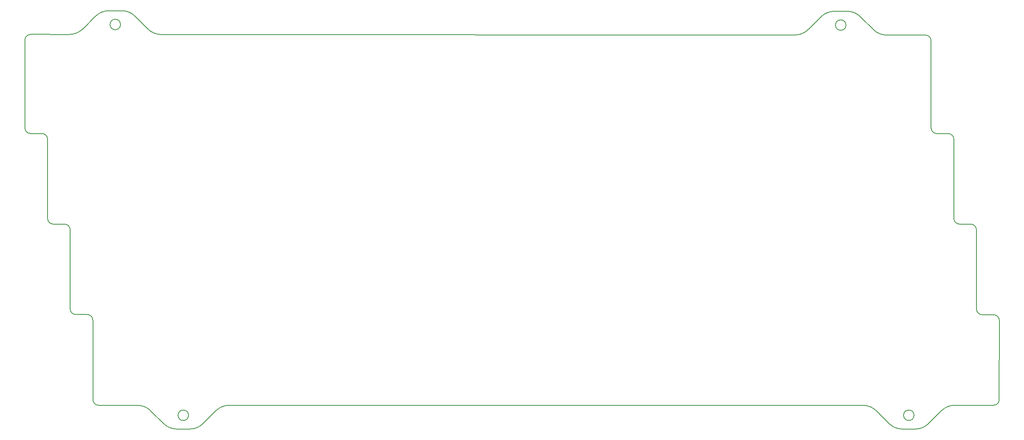
<source format=gbr>
G04 #@! TF.GenerationSoftware,KiCad,Pcbnew,(5.1.4-0-10_14)*
G04 #@! TF.CreationDate,2020-08-16T02:52:30-05:00*
G04 #@! TF.ProjectId,omega_4_skeleton_bottom,6f6d6567-615f-4345-9f73-6b656c65746f,rev?*
G04 #@! TF.SameCoordinates,Original*
G04 #@! TF.FileFunction,Profile,NP*
%FSLAX46Y46*%
G04 Gerber Fmt 4.6, Leading zero omitted, Abs format (unit mm)*
G04 Created by KiCad (PCBNEW (5.1.4-0-10_14)) date 2020-08-16 02:52:30*
%MOMM*%
%LPD*%
G04 APERTURE LIST*
%ADD10C,0.200000*%
G04 APERTURE END LIST*
D10*
X51112501Y-72800000D02*
X48737500Y-72799999D01*
X214844871Y-48256612D02*
G75*
G02X217673298Y-47085039I2828427J-2828427D01*
G01*
X48737500Y-72799999D02*
G75*
G02X47537500Y-71599999I0J1200000D01*
G01*
X228677759Y-52092649D02*
X236813446Y-52099056D01*
X76202747Y-51972575D02*
X209364038Y-52077440D01*
X229157366Y-133778425D02*
X226506652Y-131127711D01*
X231985793Y-134949998D02*
G75*
G02X229157366Y-133778425I0J4000000D01*
G01*
X53512501Y-91849999D02*
G75*
G02X52312501Y-90649999I0J1200000D01*
G01*
X70713005Y-48136538D02*
X73377470Y-50801003D01*
X243987501Y-91849999D02*
G75*
G02X242787501Y-90649999I0J1200000D01*
G01*
X238012500Y-53299056D02*
X238012501Y-71599999D01*
X220359590Y-47085039D02*
G75*
G02X223188017Y-48256612I0J-4000000D01*
G01*
X59720604Y-50785793D02*
X62369859Y-48136538D01*
X212195615Y-50905868D02*
G75*
G02X209364038Y-52077440I-2828427J2828427D01*
G01*
X65198286Y-46964965D02*
X67884578Y-46964965D01*
X67884578Y-46964965D02*
G75*
G02X70713005Y-48136538I0J-4000000D01*
G01*
X59720603Y-50785793D02*
G75*
G02X56889026Y-51957365I-2828427J2828427D01*
G01*
X236813445Y-52099056D02*
G75*
G02X238012500Y-53299056I-945J-1200000D01*
G01*
X81939154Y-132049999D02*
G75*
G03X81939154Y-132049999I-1100000J0D01*
G01*
X217673298Y-47085039D02*
X220359590Y-47085039D01*
X247537501Y-93049999D02*
X247537501Y-109699999D01*
X246337501Y-91849999D02*
G75*
G02X247537501Y-93049999I0J-1200000D01*
G01*
X52312501Y-90649999D02*
X52312501Y-74000000D01*
X51112501Y-72800000D02*
G75*
G02X52312501Y-74000000I0J-1200000D01*
G01*
X243987501Y-91849999D02*
X246337501Y-91849999D01*
X55862501Y-91850000D02*
X53512501Y-91849999D01*
X55862500Y-91850000D02*
G75*
G02X57062500Y-93050000I0J-1200000D01*
G01*
X223188017Y-48256612D02*
X225852482Y-50921078D01*
X228677759Y-52092650D02*
G75*
G02X225852482Y-50921078I3150J3999999D01*
G01*
X67639148Y-49864964D02*
G75*
G03X67639148Y-49864964I-1100000J0D01*
G01*
X234426655Y-132049999D02*
G75*
G03X234426655Y-132049999I-1100000J0D01*
G01*
X234672085Y-134949998D02*
X231985793Y-134949998D01*
X237500512Y-133778425D02*
G75*
G02X234672085Y-134949998I-2828427J2828427D01*
G01*
X212195615Y-50905868D02*
X214844871Y-48256612D01*
X71192216Y-129955345D02*
X63036815Y-129950685D01*
X71192217Y-129955346D02*
G75*
G02X74018358Y-131126918I-2286J-3999999D01*
G01*
X82184584Y-134949998D02*
X79498292Y-134949998D01*
X85013011Y-133778425D02*
G75*
G02X82184584Y-134949998I-2828427J2828427D01*
G01*
X240162722Y-131116215D02*
X237500512Y-133778425D01*
X240162721Y-131116215D02*
G75*
G02X242993445Y-129944643I2828428J-2828428D01*
G01*
X60637501Y-110875000D02*
X58262501Y-110875000D01*
X60637501Y-110875000D02*
G75*
G02X61837501Y-112075000I0J-1200000D01*
G01*
X220114160Y-49985039D02*
G75*
G03X220114160Y-49985039I-1100000J0D01*
G01*
X223678595Y-129956139D02*
X90504815Y-129943844D01*
X223678594Y-129956138D02*
G75*
G02X226506652Y-131127711I-369J-4000001D01*
G01*
X57062501Y-109675000D02*
X57062500Y-93050000D01*
X58262500Y-110874999D02*
G75*
G02X57062501Y-109675000I0J1199999D01*
G01*
X76669865Y-133778425D02*
X74018358Y-131126918D01*
X79498292Y-134949998D02*
G75*
G02X76669865Y-133778425I0J4000000D01*
G01*
X61837501Y-128750685D02*
X61837501Y-112075000D01*
X63036815Y-129950685D02*
G75*
G02X61837501Y-128750685I686J1200000D01*
G01*
X241587501Y-72799999D02*
G75*
G02X242787501Y-73999999I0J-1200000D01*
G01*
X242787501Y-73999999D02*
X242787501Y-90649999D01*
X48738446Y-51950946D02*
X56889026Y-51957365D01*
X239212501Y-72799999D02*
G75*
G02X238012501Y-71599999I0J1200000D01*
G01*
X239212501Y-72799999D02*
X241587501Y-72799999D01*
X47537500Y-71599999D02*
X47537500Y-53150946D01*
X76202747Y-51972576D02*
G75*
G02X73377470Y-50801003I3151J4000000D01*
G01*
X87676019Y-131115417D02*
X85013011Y-133778425D01*
X87676019Y-131115417D02*
G75*
G02X90504815Y-129943844I2828427J-2828427D01*
G01*
X252336713Y-112100787D02*
X252325789Y-128750098D01*
X251136713Y-110900000D02*
G75*
G02X252336713Y-112100787I0J-1200000D01*
G01*
X47537500Y-53150945D02*
G75*
G02X48738446Y-51950946I1200000J-1D01*
G01*
X248737501Y-110899999D02*
X251136713Y-110900000D01*
X248737501Y-110899999D02*
G75*
G02X247537501Y-109699999I0J1200000D01*
G01*
X251125100Y-129949311D02*
X242993445Y-129944643D01*
X252325789Y-128750099D02*
G75*
G02X251125100Y-129949311I-1200000J788D01*
G01*
X62369859Y-48136538D02*
G75*
G02X65198286Y-46964965I2828427J-2828427D01*
G01*
M02*

</source>
